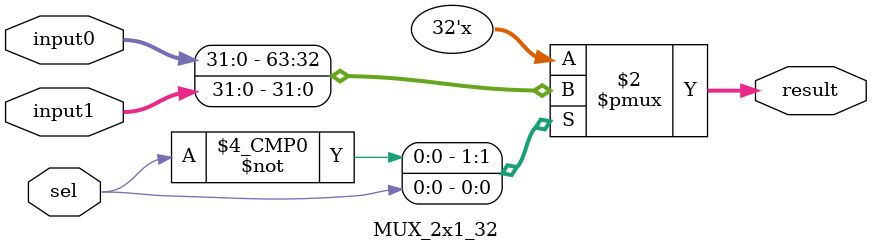
<source format=v>
module MUX_2x1_32(
    input wire [31:0] input0 ,
    input wire [31:0] input1 , 
    input wire sel ,
    output reg [31:0] result  
);

always @(*)begin
    case(sel)
    1'b0:
    begin
        result <= input0;
    end
    1'b1:
    begin
        result <= input1 ; 
    end
endcase
end
endmodule
</source>
